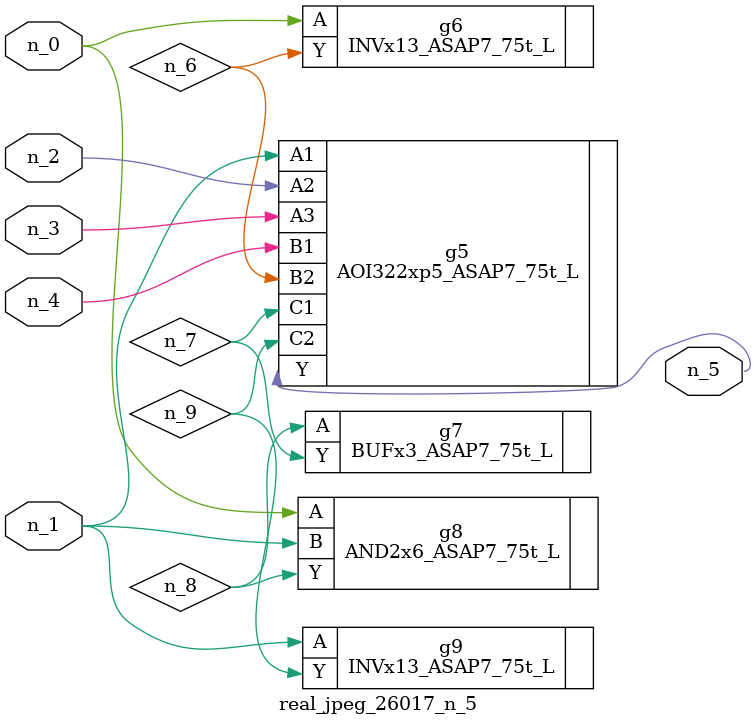
<source format=v>
module real_jpeg_26017_n_5 (n_4, n_0, n_1, n_2, n_3, n_5);

input n_4;
input n_0;
input n_1;
input n_2;
input n_3;

output n_5;

wire n_8;
wire n_6;
wire n_7;
wire n_9;

INVx13_ASAP7_75t_L g6 ( 
.A(n_0),
.Y(n_6)
);

AND2x6_ASAP7_75t_L g8 ( 
.A(n_0),
.B(n_1),
.Y(n_8)
);

AOI322xp5_ASAP7_75t_L g5 ( 
.A1(n_1),
.A2(n_2),
.A3(n_3),
.B1(n_4),
.B2(n_6),
.C1(n_7),
.C2(n_9),
.Y(n_5)
);

INVx13_ASAP7_75t_L g9 ( 
.A(n_1),
.Y(n_9)
);

BUFx3_ASAP7_75t_L g7 ( 
.A(n_8),
.Y(n_7)
);


endmodule
</source>
